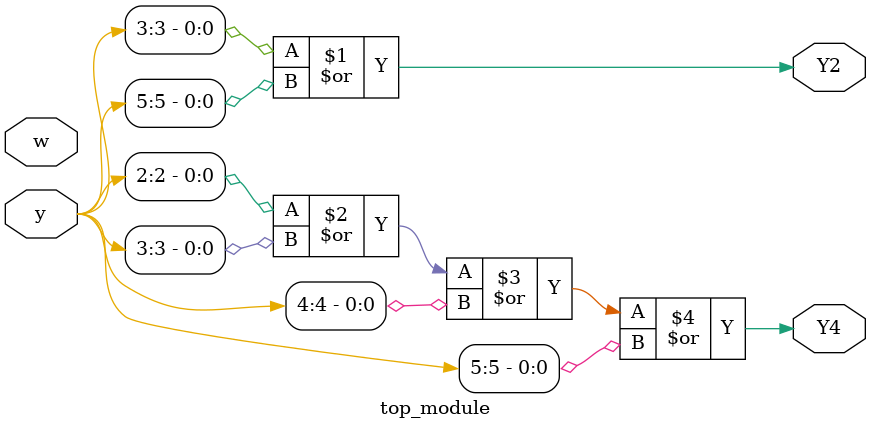
<source format=sv>
module top_module (
	input [6:1] y,
	input w,
	output Y2,
	output Y4
);

	assign Y2 = y[3] | y[5];
	assign Y4 = y[2] | y[3] | y[4] | y[5];
	
endmodule

</source>
